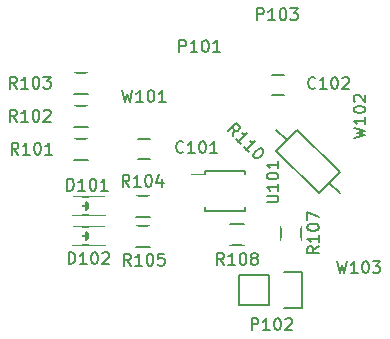
<source format=gto>
G04 #@! TF.FileFunction,Legend,Top*
%FSLAX46Y46*%
G04 Gerber Fmt 4.6, Leading zero omitted, Abs format (unit mm)*
G04 Created by KiCad (PCBNEW 4.0.2-stable) date Monday, October 31, 2016 'PMt' 01:42:05 PM*
%MOMM*%
G01*
G04 APERTURE LIST*
%ADD10C,0.100000*%
%ADD11C,0.150000*%
%ADD12C,3.600000*%
%ADD13R,1.598880X1.598880*%
%ADD14R,1.900000X1.700000*%
%ADD15R,1.700000X1.900000*%
%ADD16R,1.800000X0.700000*%
%ADD17R,2.432000X2.432000*%
%ADD18O,2.432000X2.432000*%
%ADD19R,1.750000X1.750000*%
%ADD20C,1.750000*%
%ADD21C,2.398980*%
%ADD22R,1.900000X1.650000*%
%ADD23C,1.900000*%
%ADD24R,0.800000X1.750000*%
%ADD25R,2.000000X1.800000*%
%ADD26R,2.300000X2.300000*%
%ADD27C,2.000000*%
G04 APERTURE END LIST*
D10*
D11*
X143459000Y-102755000D02*
X140759000Y-102755000D01*
X143459000Y-104255000D02*
X140759000Y-104255000D01*
X141959000Y-103355000D02*
X141959000Y-103605000D01*
X141959000Y-103605000D02*
X142109000Y-103455000D01*
X142209000Y-103855000D02*
X142209000Y-103155000D01*
X141859000Y-103505000D02*
X141509000Y-103505000D01*
X142209000Y-103505000D02*
X141859000Y-103855000D01*
X141859000Y-103855000D02*
X141859000Y-103155000D01*
X141859000Y-103155000D02*
X142209000Y-103505000D01*
X143459000Y-105295000D02*
X140759000Y-105295000D01*
X143459000Y-106795000D02*
X140759000Y-106795000D01*
X141959000Y-105895000D02*
X141959000Y-106145000D01*
X141959000Y-106145000D02*
X142109000Y-105995000D01*
X142209000Y-106395000D02*
X142209000Y-105695000D01*
X141859000Y-106045000D02*
X141509000Y-106045000D01*
X142209000Y-106045000D02*
X141859000Y-106395000D01*
X141859000Y-106395000D02*
X141859000Y-105695000D01*
X141859000Y-105695000D02*
X142209000Y-106045000D01*
X140878000Y-97804000D02*
X142078000Y-97804000D01*
X142078000Y-99554000D02*
X140878000Y-99554000D01*
X140878000Y-95010000D02*
X142078000Y-95010000D01*
X142078000Y-96760000D02*
X140878000Y-96760000D01*
X140878000Y-92216000D02*
X142078000Y-92216000D01*
X142078000Y-93966000D02*
X140878000Y-93966000D01*
X147285000Y-104380000D02*
X146085000Y-104380000D01*
X146085000Y-102630000D02*
X147285000Y-102630000D01*
X147285000Y-106920000D02*
X146085000Y-106920000D01*
X146085000Y-105170000D02*
X147285000Y-105170000D01*
X158383000Y-106391000D02*
X158383000Y-105191000D01*
X160133000Y-105191000D02*
X160133000Y-106391000D01*
X154086000Y-105043000D02*
X155286000Y-105043000D01*
X155286000Y-106793000D02*
X154086000Y-106793000D01*
X151995000Y-100560000D02*
X151995000Y-100860000D01*
X155345000Y-100560000D02*
X155345000Y-100860000D01*
X155345000Y-103910000D02*
X155345000Y-103610000D01*
X151995000Y-103910000D02*
X151995000Y-103610000D01*
X151995000Y-100560000D02*
X155345000Y-100560000D01*
X151995000Y-103910000D02*
X155345000Y-103910000D01*
X151995000Y-100860000D02*
X150770000Y-100860000D01*
X157353000Y-111887000D02*
X154813000Y-111887000D01*
X160173000Y-112167000D02*
X158623000Y-112167000D01*
X157353000Y-111887000D02*
X157353000Y-109347000D01*
X158623000Y-109067000D02*
X160173000Y-109067000D01*
X160173000Y-109067000D02*
X160173000Y-112167000D01*
X157353000Y-109347000D02*
X154813000Y-109347000D01*
X154813000Y-109347000D02*
X154813000Y-111887000D01*
X159793077Y-97037026D02*
X163385179Y-100629128D01*
X163385179Y-100629128D02*
X161589128Y-102425179D01*
X161589128Y-102425179D02*
X157997026Y-98833077D01*
X157997026Y-98833077D02*
X159793077Y-97037026D01*
X158895051Y-97935051D02*
X157997026Y-97037026D01*
X162487154Y-101527154D02*
X163385179Y-102425179D01*
X147312000Y-97829000D02*
X146312000Y-97829000D01*
X146312000Y-99529000D02*
X147312000Y-99529000D01*
X157615000Y-94068000D02*
X158615000Y-94068000D01*
X158615000Y-92368000D02*
X157615000Y-92368000D01*
X140295524Y-102179381D02*
X140295524Y-101179381D01*
X140533619Y-101179381D01*
X140676477Y-101227000D01*
X140771715Y-101322238D01*
X140819334Y-101417476D01*
X140866953Y-101607952D01*
X140866953Y-101750810D01*
X140819334Y-101941286D01*
X140771715Y-102036524D01*
X140676477Y-102131762D01*
X140533619Y-102179381D01*
X140295524Y-102179381D01*
X141819334Y-102179381D02*
X141247905Y-102179381D01*
X141533619Y-102179381D02*
X141533619Y-101179381D01*
X141438381Y-101322238D01*
X141343143Y-101417476D01*
X141247905Y-101465095D01*
X142438381Y-101179381D02*
X142533620Y-101179381D01*
X142628858Y-101227000D01*
X142676477Y-101274619D01*
X142724096Y-101369857D01*
X142771715Y-101560333D01*
X142771715Y-101798429D01*
X142724096Y-101988905D01*
X142676477Y-102084143D01*
X142628858Y-102131762D01*
X142533620Y-102179381D01*
X142438381Y-102179381D01*
X142343143Y-102131762D01*
X142295524Y-102084143D01*
X142247905Y-101988905D01*
X142200286Y-101798429D01*
X142200286Y-101560333D01*
X142247905Y-101369857D01*
X142295524Y-101274619D01*
X142343143Y-101227000D01*
X142438381Y-101179381D01*
X143724096Y-102179381D02*
X143152667Y-102179381D01*
X143438381Y-102179381D02*
X143438381Y-101179381D01*
X143343143Y-101322238D01*
X143247905Y-101417476D01*
X143152667Y-101465095D01*
X140422524Y-108402381D02*
X140422524Y-107402381D01*
X140660619Y-107402381D01*
X140803477Y-107450000D01*
X140898715Y-107545238D01*
X140946334Y-107640476D01*
X140993953Y-107830952D01*
X140993953Y-107973810D01*
X140946334Y-108164286D01*
X140898715Y-108259524D01*
X140803477Y-108354762D01*
X140660619Y-108402381D01*
X140422524Y-108402381D01*
X141946334Y-108402381D02*
X141374905Y-108402381D01*
X141660619Y-108402381D02*
X141660619Y-107402381D01*
X141565381Y-107545238D01*
X141470143Y-107640476D01*
X141374905Y-107688095D01*
X142565381Y-107402381D02*
X142660620Y-107402381D01*
X142755858Y-107450000D01*
X142803477Y-107497619D01*
X142851096Y-107592857D01*
X142898715Y-107783333D01*
X142898715Y-108021429D01*
X142851096Y-108211905D01*
X142803477Y-108307143D01*
X142755858Y-108354762D01*
X142660620Y-108402381D01*
X142565381Y-108402381D01*
X142470143Y-108354762D01*
X142422524Y-108307143D01*
X142374905Y-108211905D01*
X142327286Y-108021429D01*
X142327286Y-107783333D01*
X142374905Y-107592857D01*
X142422524Y-107497619D01*
X142470143Y-107450000D01*
X142565381Y-107402381D01*
X143279667Y-107497619D02*
X143327286Y-107450000D01*
X143422524Y-107402381D01*
X143660620Y-107402381D01*
X143755858Y-107450000D01*
X143803477Y-107497619D01*
X143851096Y-107592857D01*
X143851096Y-107688095D01*
X143803477Y-107830952D01*
X143232048Y-108402381D01*
X143851096Y-108402381D01*
X136167953Y-99131381D02*
X135834619Y-98655190D01*
X135596524Y-99131381D02*
X135596524Y-98131381D01*
X135977477Y-98131381D01*
X136072715Y-98179000D01*
X136120334Y-98226619D01*
X136167953Y-98321857D01*
X136167953Y-98464714D01*
X136120334Y-98559952D01*
X136072715Y-98607571D01*
X135977477Y-98655190D01*
X135596524Y-98655190D01*
X137120334Y-99131381D02*
X136548905Y-99131381D01*
X136834619Y-99131381D02*
X136834619Y-98131381D01*
X136739381Y-98274238D01*
X136644143Y-98369476D01*
X136548905Y-98417095D01*
X137739381Y-98131381D02*
X137834620Y-98131381D01*
X137929858Y-98179000D01*
X137977477Y-98226619D01*
X138025096Y-98321857D01*
X138072715Y-98512333D01*
X138072715Y-98750429D01*
X138025096Y-98940905D01*
X137977477Y-99036143D01*
X137929858Y-99083762D01*
X137834620Y-99131381D01*
X137739381Y-99131381D01*
X137644143Y-99083762D01*
X137596524Y-99036143D01*
X137548905Y-98940905D01*
X137501286Y-98750429D01*
X137501286Y-98512333D01*
X137548905Y-98321857D01*
X137596524Y-98226619D01*
X137644143Y-98179000D01*
X137739381Y-98131381D01*
X139025096Y-99131381D02*
X138453667Y-99131381D01*
X138739381Y-99131381D02*
X138739381Y-98131381D01*
X138644143Y-98274238D01*
X138548905Y-98369476D01*
X138453667Y-98417095D01*
X136040953Y-96337381D02*
X135707619Y-95861190D01*
X135469524Y-96337381D02*
X135469524Y-95337381D01*
X135850477Y-95337381D01*
X135945715Y-95385000D01*
X135993334Y-95432619D01*
X136040953Y-95527857D01*
X136040953Y-95670714D01*
X135993334Y-95765952D01*
X135945715Y-95813571D01*
X135850477Y-95861190D01*
X135469524Y-95861190D01*
X136993334Y-96337381D02*
X136421905Y-96337381D01*
X136707619Y-96337381D02*
X136707619Y-95337381D01*
X136612381Y-95480238D01*
X136517143Y-95575476D01*
X136421905Y-95623095D01*
X137612381Y-95337381D02*
X137707620Y-95337381D01*
X137802858Y-95385000D01*
X137850477Y-95432619D01*
X137898096Y-95527857D01*
X137945715Y-95718333D01*
X137945715Y-95956429D01*
X137898096Y-96146905D01*
X137850477Y-96242143D01*
X137802858Y-96289762D01*
X137707620Y-96337381D01*
X137612381Y-96337381D01*
X137517143Y-96289762D01*
X137469524Y-96242143D01*
X137421905Y-96146905D01*
X137374286Y-95956429D01*
X137374286Y-95718333D01*
X137421905Y-95527857D01*
X137469524Y-95432619D01*
X137517143Y-95385000D01*
X137612381Y-95337381D01*
X138326667Y-95432619D02*
X138374286Y-95385000D01*
X138469524Y-95337381D01*
X138707620Y-95337381D01*
X138802858Y-95385000D01*
X138850477Y-95432619D01*
X138898096Y-95527857D01*
X138898096Y-95623095D01*
X138850477Y-95765952D01*
X138279048Y-96337381D01*
X138898096Y-96337381D01*
X136040953Y-93543381D02*
X135707619Y-93067190D01*
X135469524Y-93543381D02*
X135469524Y-92543381D01*
X135850477Y-92543381D01*
X135945715Y-92591000D01*
X135993334Y-92638619D01*
X136040953Y-92733857D01*
X136040953Y-92876714D01*
X135993334Y-92971952D01*
X135945715Y-93019571D01*
X135850477Y-93067190D01*
X135469524Y-93067190D01*
X136993334Y-93543381D02*
X136421905Y-93543381D01*
X136707619Y-93543381D02*
X136707619Y-92543381D01*
X136612381Y-92686238D01*
X136517143Y-92781476D01*
X136421905Y-92829095D01*
X137612381Y-92543381D02*
X137707620Y-92543381D01*
X137802858Y-92591000D01*
X137850477Y-92638619D01*
X137898096Y-92733857D01*
X137945715Y-92924333D01*
X137945715Y-93162429D01*
X137898096Y-93352905D01*
X137850477Y-93448143D01*
X137802858Y-93495762D01*
X137707620Y-93543381D01*
X137612381Y-93543381D01*
X137517143Y-93495762D01*
X137469524Y-93448143D01*
X137421905Y-93352905D01*
X137374286Y-93162429D01*
X137374286Y-92924333D01*
X137421905Y-92733857D01*
X137469524Y-92638619D01*
X137517143Y-92591000D01*
X137612381Y-92543381D01*
X138279048Y-92543381D02*
X138898096Y-92543381D01*
X138564762Y-92924333D01*
X138707620Y-92924333D01*
X138802858Y-92971952D01*
X138850477Y-93019571D01*
X138898096Y-93114810D01*
X138898096Y-93352905D01*
X138850477Y-93448143D01*
X138802858Y-93495762D01*
X138707620Y-93543381D01*
X138421905Y-93543381D01*
X138326667Y-93495762D01*
X138279048Y-93448143D01*
X145565953Y-101857381D02*
X145232619Y-101381190D01*
X144994524Y-101857381D02*
X144994524Y-100857381D01*
X145375477Y-100857381D01*
X145470715Y-100905000D01*
X145518334Y-100952619D01*
X145565953Y-101047857D01*
X145565953Y-101190714D01*
X145518334Y-101285952D01*
X145470715Y-101333571D01*
X145375477Y-101381190D01*
X144994524Y-101381190D01*
X146518334Y-101857381D02*
X145946905Y-101857381D01*
X146232619Y-101857381D02*
X146232619Y-100857381D01*
X146137381Y-101000238D01*
X146042143Y-101095476D01*
X145946905Y-101143095D01*
X147137381Y-100857381D02*
X147232620Y-100857381D01*
X147327858Y-100905000D01*
X147375477Y-100952619D01*
X147423096Y-101047857D01*
X147470715Y-101238333D01*
X147470715Y-101476429D01*
X147423096Y-101666905D01*
X147375477Y-101762143D01*
X147327858Y-101809762D01*
X147232620Y-101857381D01*
X147137381Y-101857381D01*
X147042143Y-101809762D01*
X146994524Y-101762143D01*
X146946905Y-101666905D01*
X146899286Y-101476429D01*
X146899286Y-101238333D01*
X146946905Y-101047857D01*
X146994524Y-100952619D01*
X147042143Y-100905000D01*
X147137381Y-100857381D01*
X148327858Y-101190714D02*
X148327858Y-101857381D01*
X148089762Y-100809762D02*
X147851667Y-101524048D01*
X148470715Y-101524048D01*
X145692953Y-108529381D02*
X145359619Y-108053190D01*
X145121524Y-108529381D02*
X145121524Y-107529381D01*
X145502477Y-107529381D01*
X145597715Y-107577000D01*
X145645334Y-107624619D01*
X145692953Y-107719857D01*
X145692953Y-107862714D01*
X145645334Y-107957952D01*
X145597715Y-108005571D01*
X145502477Y-108053190D01*
X145121524Y-108053190D01*
X146645334Y-108529381D02*
X146073905Y-108529381D01*
X146359619Y-108529381D02*
X146359619Y-107529381D01*
X146264381Y-107672238D01*
X146169143Y-107767476D01*
X146073905Y-107815095D01*
X147264381Y-107529381D02*
X147359620Y-107529381D01*
X147454858Y-107577000D01*
X147502477Y-107624619D01*
X147550096Y-107719857D01*
X147597715Y-107910333D01*
X147597715Y-108148429D01*
X147550096Y-108338905D01*
X147502477Y-108434143D01*
X147454858Y-108481762D01*
X147359620Y-108529381D01*
X147264381Y-108529381D01*
X147169143Y-108481762D01*
X147121524Y-108434143D01*
X147073905Y-108338905D01*
X147026286Y-108148429D01*
X147026286Y-107910333D01*
X147073905Y-107719857D01*
X147121524Y-107624619D01*
X147169143Y-107577000D01*
X147264381Y-107529381D01*
X148502477Y-107529381D02*
X148026286Y-107529381D01*
X147978667Y-108005571D01*
X148026286Y-107957952D01*
X148121524Y-107910333D01*
X148359620Y-107910333D01*
X148454858Y-107957952D01*
X148502477Y-108005571D01*
X148550096Y-108100810D01*
X148550096Y-108338905D01*
X148502477Y-108434143D01*
X148454858Y-108481762D01*
X148359620Y-108529381D01*
X148121524Y-108529381D01*
X148026286Y-108481762D01*
X147978667Y-108434143D01*
X161615381Y-106910047D02*
X161139190Y-107243381D01*
X161615381Y-107481476D02*
X160615381Y-107481476D01*
X160615381Y-107100523D01*
X160663000Y-107005285D01*
X160710619Y-106957666D01*
X160805857Y-106910047D01*
X160948714Y-106910047D01*
X161043952Y-106957666D01*
X161091571Y-107005285D01*
X161139190Y-107100523D01*
X161139190Y-107481476D01*
X161615381Y-105957666D02*
X161615381Y-106529095D01*
X161615381Y-106243381D02*
X160615381Y-106243381D01*
X160758238Y-106338619D01*
X160853476Y-106433857D01*
X160901095Y-106529095D01*
X160615381Y-105338619D02*
X160615381Y-105243380D01*
X160663000Y-105148142D01*
X160710619Y-105100523D01*
X160805857Y-105052904D01*
X160996333Y-105005285D01*
X161234429Y-105005285D01*
X161424905Y-105052904D01*
X161520143Y-105100523D01*
X161567762Y-105148142D01*
X161615381Y-105243380D01*
X161615381Y-105338619D01*
X161567762Y-105433857D01*
X161520143Y-105481476D01*
X161424905Y-105529095D01*
X161234429Y-105576714D01*
X160996333Y-105576714D01*
X160805857Y-105529095D01*
X160710619Y-105481476D01*
X160663000Y-105433857D01*
X160615381Y-105338619D01*
X160615381Y-104671952D02*
X160615381Y-104005285D01*
X161615381Y-104433857D01*
X153566953Y-108470381D02*
X153233619Y-107994190D01*
X152995524Y-108470381D02*
X152995524Y-107470381D01*
X153376477Y-107470381D01*
X153471715Y-107518000D01*
X153519334Y-107565619D01*
X153566953Y-107660857D01*
X153566953Y-107803714D01*
X153519334Y-107898952D01*
X153471715Y-107946571D01*
X153376477Y-107994190D01*
X152995524Y-107994190D01*
X154519334Y-108470381D02*
X153947905Y-108470381D01*
X154233619Y-108470381D02*
X154233619Y-107470381D01*
X154138381Y-107613238D01*
X154043143Y-107708476D01*
X153947905Y-107756095D01*
X155138381Y-107470381D02*
X155233620Y-107470381D01*
X155328858Y-107518000D01*
X155376477Y-107565619D01*
X155424096Y-107660857D01*
X155471715Y-107851333D01*
X155471715Y-108089429D01*
X155424096Y-108279905D01*
X155376477Y-108375143D01*
X155328858Y-108422762D01*
X155233620Y-108470381D01*
X155138381Y-108470381D01*
X155043143Y-108422762D01*
X154995524Y-108375143D01*
X154947905Y-108279905D01*
X154900286Y-108089429D01*
X154900286Y-107851333D01*
X154947905Y-107660857D01*
X154995524Y-107565619D01*
X155043143Y-107518000D01*
X155138381Y-107470381D01*
X156043143Y-107898952D02*
X155947905Y-107851333D01*
X155900286Y-107803714D01*
X155852667Y-107708476D01*
X155852667Y-107660857D01*
X155900286Y-107565619D01*
X155947905Y-107518000D01*
X156043143Y-107470381D01*
X156233620Y-107470381D01*
X156328858Y-107518000D01*
X156376477Y-107565619D01*
X156424096Y-107660857D01*
X156424096Y-107708476D01*
X156376477Y-107803714D01*
X156328858Y-107851333D01*
X156233620Y-107898952D01*
X156043143Y-107898952D01*
X155947905Y-107946571D01*
X155900286Y-107994190D01*
X155852667Y-108089429D01*
X155852667Y-108279905D01*
X155900286Y-108375143D01*
X155947905Y-108422762D01*
X156043143Y-108470381D01*
X156233620Y-108470381D01*
X156328858Y-108422762D01*
X156376477Y-108375143D01*
X156424096Y-108279905D01*
X156424096Y-108089429D01*
X156376477Y-107994190D01*
X156328858Y-107946571D01*
X156233620Y-107898952D01*
X157186381Y-103187286D02*
X157995905Y-103187286D01*
X158091143Y-103139667D01*
X158138762Y-103092048D01*
X158186381Y-102996810D01*
X158186381Y-102806333D01*
X158138762Y-102711095D01*
X158091143Y-102663476D01*
X157995905Y-102615857D01*
X157186381Y-102615857D01*
X158186381Y-101615857D02*
X158186381Y-102187286D01*
X158186381Y-101901572D02*
X157186381Y-101901572D01*
X157329238Y-101996810D01*
X157424476Y-102092048D01*
X157472095Y-102187286D01*
X157186381Y-100996810D02*
X157186381Y-100901571D01*
X157234000Y-100806333D01*
X157281619Y-100758714D01*
X157376857Y-100711095D01*
X157567333Y-100663476D01*
X157805429Y-100663476D01*
X157995905Y-100711095D01*
X158091143Y-100758714D01*
X158138762Y-100806333D01*
X158186381Y-100901571D01*
X158186381Y-100996810D01*
X158138762Y-101092048D01*
X158091143Y-101139667D01*
X157995905Y-101187286D01*
X157805429Y-101234905D01*
X157567333Y-101234905D01*
X157376857Y-101187286D01*
X157281619Y-101139667D01*
X157234000Y-101092048D01*
X157186381Y-100996810D01*
X158186381Y-99711095D02*
X158186381Y-100282524D01*
X158186381Y-99996810D02*
X157186381Y-99996810D01*
X157329238Y-100092048D01*
X157424476Y-100187286D01*
X157472095Y-100282524D01*
X155916524Y-113990381D02*
X155916524Y-112990381D01*
X156297477Y-112990381D01*
X156392715Y-113038000D01*
X156440334Y-113085619D01*
X156487953Y-113180857D01*
X156487953Y-113323714D01*
X156440334Y-113418952D01*
X156392715Y-113466571D01*
X156297477Y-113514190D01*
X155916524Y-113514190D01*
X157440334Y-113990381D02*
X156868905Y-113990381D01*
X157154619Y-113990381D02*
X157154619Y-112990381D01*
X157059381Y-113133238D01*
X156964143Y-113228476D01*
X156868905Y-113276095D01*
X158059381Y-112990381D02*
X158154620Y-112990381D01*
X158249858Y-113038000D01*
X158297477Y-113085619D01*
X158345096Y-113180857D01*
X158392715Y-113371333D01*
X158392715Y-113609429D01*
X158345096Y-113799905D01*
X158297477Y-113895143D01*
X158249858Y-113942762D01*
X158154620Y-113990381D01*
X158059381Y-113990381D01*
X157964143Y-113942762D01*
X157916524Y-113895143D01*
X157868905Y-113799905D01*
X157821286Y-113609429D01*
X157821286Y-113371333D01*
X157868905Y-113180857D01*
X157916524Y-113085619D01*
X157964143Y-113038000D01*
X158059381Y-112990381D01*
X158773667Y-113085619D02*
X158821286Y-113038000D01*
X158916524Y-112990381D01*
X159154620Y-112990381D01*
X159249858Y-113038000D01*
X159297477Y-113085619D01*
X159345096Y-113180857D01*
X159345096Y-113276095D01*
X159297477Y-113418952D01*
X158726048Y-113990381D01*
X159345096Y-113990381D01*
X156373724Y-87752181D02*
X156373724Y-86752181D01*
X156754677Y-86752181D01*
X156849915Y-86799800D01*
X156897534Y-86847419D01*
X156945153Y-86942657D01*
X156945153Y-87085514D01*
X156897534Y-87180752D01*
X156849915Y-87228371D01*
X156754677Y-87275990D01*
X156373724Y-87275990D01*
X157897534Y-87752181D02*
X157326105Y-87752181D01*
X157611819Y-87752181D02*
X157611819Y-86752181D01*
X157516581Y-86895038D01*
X157421343Y-86990276D01*
X157326105Y-87037895D01*
X158516581Y-86752181D02*
X158611820Y-86752181D01*
X158707058Y-86799800D01*
X158754677Y-86847419D01*
X158802296Y-86942657D01*
X158849915Y-87133133D01*
X158849915Y-87371229D01*
X158802296Y-87561705D01*
X158754677Y-87656943D01*
X158707058Y-87704562D01*
X158611820Y-87752181D01*
X158516581Y-87752181D01*
X158421343Y-87704562D01*
X158373724Y-87656943D01*
X158326105Y-87561705D01*
X158278486Y-87371229D01*
X158278486Y-87133133D01*
X158326105Y-86942657D01*
X158373724Y-86847419D01*
X158421343Y-86799800D01*
X158516581Y-86752181D01*
X159183248Y-86752181D02*
X159802296Y-86752181D01*
X159468962Y-87133133D01*
X159611820Y-87133133D01*
X159707058Y-87180752D01*
X159754677Y-87228371D01*
X159802296Y-87323610D01*
X159802296Y-87561705D01*
X159754677Y-87656943D01*
X159707058Y-87704562D01*
X159611820Y-87752181D01*
X159326105Y-87752181D01*
X159230867Y-87704562D01*
X159183248Y-87656943D01*
X154311433Y-97572596D02*
X154412448Y-97000175D01*
X153907371Y-97168535D02*
X154614478Y-96461428D01*
X154883853Y-96730802D01*
X154917524Y-96831817D01*
X154917524Y-96899161D01*
X154883853Y-97000176D01*
X154782837Y-97101191D01*
X154681822Y-97134863D01*
X154614479Y-97134863D01*
X154513464Y-97101191D01*
X154244089Y-96831817D01*
X154984868Y-98246031D02*
X154580806Y-97841970D01*
X154782837Y-98044000D02*
X155489943Y-97336893D01*
X155321585Y-97370565D01*
X155186898Y-97370565D01*
X155085883Y-97336893D01*
X155658303Y-98919466D02*
X155254241Y-98515405D01*
X155456272Y-98717435D02*
X156163378Y-98010328D01*
X155995020Y-98044000D01*
X155860333Y-98044000D01*
X155759318Y-98010328D01*
X156803142Y-98650092D02*
X156870486Y-98717436D01*
X156904158Y-98818451D01*
X156904158Y-98885794D01*
X156870486Y-98986810D01*
X156769471Y-99155168D01*
X156601112Y-99323527D01*
X156432753Y-99424543D01*
X156331738Y-99458214D01*
X156264394Y-99458214D01*
X156163379Y-99424543D01*
X156096035Y-99357198D01*
X156062363Y-99256183D01*
X156062363Y-99188840D01*
X156096035Y-99087825D01*
X156197050Y-98919466D01*
X156365410Y-98751107D01*
X156533768Y-98650092D01*
X156634783Y-98616420D01*
X156702127Y-98616420D01*
X156803142Y-98650092D01*
X150137953Y-98909143D02*
X150090334Y-98956762D01*
X149947477Y-99004381D01*
X149852239Y-99004381D01*
X149709381Y-98956762D01*
X149614143Y-98861524D01*
X149566524Y-98766286D01*
X149518905Y-98575810D01*
X149518905Y-98432952D01*
X149566524Y-98242476D01*
X149614143Y-98147238D01*
X149709381Y-98052000D01*
X149852239Y-98004381D01*
X149947477Y-98004381D01*
X150090334Y-98052000D01*
X150137953Y-98099619D01*
X151090334Y-99004381D02*
X150518905Y-99004381D01*
X150804619Y-99004381D02*
X150804619Y-98004381D01*
X150709381Y-98147238D01*
X150614143Y-98242476D01*
X150518905Y-98290095D01*
X151709381Y-98004381D02*
X151804620Y-98004381D01*
X151899858Y-98052000D01*
X151947477Y-98099619D01*
X151995096Y-98194857D01*
X152042715Y-98385333D01*
X152042715Y-98623429D01*
X151995096Y-98813905D01*
X151947477Y-98909143D01*
X151899858Y-98956762D01*
X151804620Y-99004381D01*
X151709381Y-99004381D01*
X151614143Y-98956762D01*
X151566524Y-98909143D01*
X151518905Y-98813905D01*
X151471286Y-98623429D01*
X151471286Y-98385333D01*
X151518905Y-98194857D01*
X151566524Y-98099619D01*
X151614143Y-98052000D01*
X151709381Y-98004381D01*
X152995096Y-99004381D02*
X152423667Y-99004381D01*
X152709381Y-99004381D02*
X152709381Y-98004381D01*
X152614143Y-98147238D01*
X152518905Y-98242476D01*
X152423667Y-98290095D01*
X161313953Y-93473543D02*
X161266334Y-93521162D01*
X161123477Y-93568781D01*
X161028239Y-93568781D01*
X160885381Y-93521162D01*
X160790143Y-93425924D01*
X160742524Y-93330686D01*
X160694905Y-93140210D01*
X160694905Y-92997352D01*
X160742524Y-92806876D01*
X160790143Y-92711638D01*
X160885381Y-92616400D01*
X161028239Y-92568781D01*
X161123477Y-92568781D01*
X161266334Y-92616400D01*
X161313953Y-92664019D01*
X162266334Y-93568781D02*
X161694905Y-93568781D01*
X161980619Y-93568781D02*
X161980619Y-92568781D01*
X161885381Y-92711638D01*
X161790143Y-92806876D01*
X161694905Y-92854495D01*
X162885381Y-92568781D02*
X162980620Y-92568781D01*
X163075858Y-92616400D01*
X163123477Y-92664019D01*
X163171096Y-92759257D01*
X163218715Y-92949733D01*
X163218715Y-93187829D01*
X163171096Y-93378305D01*
X163123477Y-93473543D01*
X163075858Y-93521162D01*
X162980620Y-93568781D01*
X162885381Y-93568781D01*
X162790143Y-93521162D01*
X162742524Y-93473543D01*
X162694905Y-93378305D01*
X162647286Y-93187829D01*
X162647286Y-92949733D01*
X162694905Y-92759257D01*
X162742524Y-92664019D01*
X162790143Y-92616400D01*
X162885381Y-92568781D01*
X163599667Y-92664019D02*
X163647286Y-92616400D01*
X163742524Y-92568781D01*
X163980620Y-92568781D01*
X164075858Y-92616400D01*
X164123477Y-92664019D01*
X164171096Y-92759257D01*
X164171096Y-92854495D01*
X164123477Y-92997352D01*
X163552048Y-93568781D01*
X164171096Y-93568781D01*
X144954857Y-93686381D02*
X145192952Y-94686381D01*
X145383429Y-93972095D01*
X145573905Y-94686381D01*
X145812000Y-93686381D01*
X146716762Y-94686381D02*
X146145333Y-94686381D01*
X146431047Y-94686381D02*
X146431047Y-93686381D01*
X146335809Y-93829238D01*
X146240571Y-93924476D01*
X146145333Y-93972095D01*
X147335809Y-93686381D02*
X147431048Y-93686381D01*
X147526286Y-93734000D01*
X147573905Y-93781619D01*
X147621524Y-93876857D01*
X147669143Y-94067333D01*
X147669143Y-94305429D01*
X147621524Y-94495905D01*
X147573905Y-94591143D01*
X147526286Y-94638762D01*
X147431048Y-94686381D01*
X147335809Y-94686381D01*
X147240571Y-94638762D01*
X147192952Y-94591143D01*
X147145333Y-94495905D01*
X147097714Y-94305429D01*
X147097714Y-94067333D01*
X147145333Y-93876857D01*
X147192952Y-93781619D01*
X147240571Y-93734000D01*
X147335809Y-93686381D01*
X148621524Y-94686381D02*
X148050095Y-94686381D01*
X148335809Y-94686381D02*
X148335809Y-93686381D01*
X148240571Y-93829238D01*
X148145333Y-93924476D01*
X148050095Y-93972095D01*
X164552381Y-97742143D02*
X165552381Y-97504048D01*
X164838095Y-97313571D01*
X165552381Y-97123095D01*
X164552381Y-96885000D01*
X165552381Y-95980238D02*
X165552381Y-96551667D01*
X165552381Y-96265953D02*
X164552381Y-96265953D01*
X164695238Y-96361191D01*
X164790476Y-96456429D01*
X164838095Y-96551667D01*
X164552381Y-95361191D02*
X164552381Y-95265952D01*
X164600000Y-95170714D01*
X164647619Y-95123095D01*
X164742857Y-95075476D01*
X164933333Y-95027857D01*
X165171429Y-95027857D01*
X165361905Y-95075476D01*
X165457143Y-95123095D01*
X165504762Y-95170714D01*
X165552381Y-95265952D01*
X165552381Y-95361191D01*
X165504762Y-95456429D01*
X165457143Y-95504048D01*
X165361905Y-95551667D01*
X165171429Y-95599286D01*
X164933333Y-95599286D01*
X164742857Y-95551667D01*
X164647619Y-95504048D01*
X164600000Y-95456429D01*
X164552381Y-95361191D01*
X164647619Y-94646905D02*
X164600000Y-94599286D01*
X164552381Y-94504048D01*
X164552381Y-94265952D01*
X164600000Y-94170714D01*
X164647619Y-94123095D01*
X164742857Y-94075476D01*
X164838095Y-94075476D01*
X164980952Y-94123095D01*
X165552381Y-94694524D01*
X165552381Y-94075476D01*
X163115857Y-108164381D02*
X163353952Y-109164381D01*
X163544429Y-108450095D01*
X163734905Y-109164381D01*
X163973000Y-108164381D01*
X164877762Y-109164381D02*
X164306333Y-109164381D01*
X164592047Y-109164381D02*
X164592047Y-108164381D01*
X164496809Y-108307238D01*
X164401571Y-108402476D01*
X164306333Y-108450095D01*
X165496809Y-108164381D02*
X165592048Y-108164381D01*
X165687286Y-108212000D01*
X165734905Y-108259619D01*
X165782524Y-108354857D01*
X165830143Y-108545333D01*
X165830143Y-108783429D01*
X165782524Y-108973905D01*
X165734905Y-109069143D01*
X165687286Y-109116762D01*
X165592048Y-109164381D01*
X165496809Y-109164381D01*
X165401571Y-109116762D01*
X165353952Y-109069143D01*
X165306333Y-108973905D01*
X165258714Y-108783429D01*
X165258714Y-108545333D01*
X165306333Y-108354857D01*
X165353952Y-108259619D01*
X165401571Y-108212000D01*
X165496809Y-108164381D01*
X166163476Y-108164381D02*
X166782524Y-108164381D01*
X166449190Y-108545333D01*
X166592048Y-108545333D01*
X166687286Y-108592952D01*
X166734905Y-108640571D01*
X166782524Y-108735810D01*
X166782524Y-108973905D01*
X166734905Y-109069143D01*
X166687286Y-109116762D01*
X166592048Y-109164381D01*
X166306333Y-109164381D01*
X166211095Y-109116762D01*
X166163476Y-109069143D01*
X149795124Y-90444581D02*
X149795124Y-89444581D01*
X150176077Y-89444581D01*
X150271315Y-89492200D01*
X150318934Y-89539819D01*
X150366553Y-89635057D01*
X150366553Y-89777914D01*
X150318934Y-89873152D01*
X150271315Y-89920771D01*
X150176077Y-89968390D01*
X149795124Y-89968390D01*
X151318934Y-90444581D02*
X150747505Y-90444581D01*
X151033219Y-90444581D02*
X151033219Y-89444581D01*
X150937981Y-89587438D01*
X150842743Y-89682676D01*
X150747505Y-89730295D01*
X151937981Y-89444581D02*
X152033220Y-89444581D01*
X152128458Y-89492200D01*
X152176077Y-89539819D01*
X152223696Y-89635057D01*
X152271315Y-89825533D01*
X152271315Y-90063629D01*
X152223696Y-90254105D01*
X152176077Y-90349343D01*
X152128458Y-90396962D01*
X152033220Y-90444581D01*
X151937981Y-90444581D01*
X151842743Y-90396962D01*
X151795124Y-90349343D01*
X151747505Y-90254105D01*
X151699886Y-90063629D01*
X151699886Y-89825533D01*
X151747505Y-89635057D01*
X151795124Y-89539819D01*
X151842743Y-89492200D01*
X151937981Y-89444581D01*
X153223696Y-90444581D02*
X152652267Y-90444581D01*
X152937981Y-90444581D02*
X152937981Y-89444581D01*
X152842743Y-89587438D01*
X152747505Y-89682676D01*
X152652267Y-89730295D01*
%LPC*%
D12*
X164846000Y-114300000D03*
X138938000Y-114300000D03*
X139065000Y-87630000D03*
D13*
X140809980Y-103505000D03*
X142908020Y-103505000D03*
X140809980Y-106045000D03*
X142908020Y-106045000D03*
D14*
X142828000Y-98679000D03*
X140128000Y-98679000D03*
X142828000Y-95885000D03*
X140128000Y-95885000D03*
X142828000Y-93091000D03*
X140128000Y-93091000D03*
X145335000Y-103505000D03*
X148035000Y-103505000D03*
X145335000Y-106045000D03*
X148035000Y-106045000D03*
D15*
X159258000Y-104441000D03*
X159258000Y-107141000D03*
D14*
X156036000Y-105918000D03*
X153336000Y-105918000D03*
D16*
X151470000Y-101235000D03*
X151470000Y-101735000D03*
X151470000Y-102235000D03*
X151470000Y-102735000D03*
X151470000Y-103235000D03*
X155870000Y-103235000D03*
X155870000Y-102735000D03*
X155870000Y-102235000D03*
X155870000Y-101735000D03*
X155870000Y-101235000D03*
D17*
X158623000Y-110617000D03*
D18*
X156083000Y-110617000D03*
D19*
X158988000Y-90043000D03*
D20*
X156988000Y-90043000D03*
D21*
X157099000Y-96139000D03*
X164283205Y-103323205D03*
D22*
X145562000Y-98679000D03*
X148062000Y-98679000D03*
X159365000Y-93218000D03*
X156865000Y-93218000D03*
D12*
X165100000Y-87630000D03*
D23*
X145796000Y-96266000D03*
X161925000Y-95250000D03*
X164846000Y-106680000D03*
D24*
X148336000Y-87942800D03*
X147686000Y-87942800D03*
X147036000Y-87942800D03*
X148986000Y-87942800D03*
X149636000Y-87942800D03*
D25*
X151536000Y-87717800D03*
X145136000Y-87717800D03*
D26*
X149536000Y-85267800D03*
X147136000Y-85267800D03*
D27*
X151636000Y-85267800D03*
X145036000Y-85267800D03*
M02*

</source>
